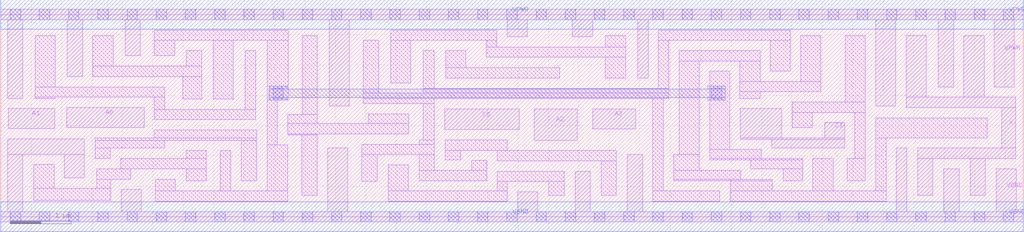
<source format=lef>
# Copyright 2020 The SkyWater PDK Authors
#
# Licensed under the Apache License, Version 2.0 (the "License");
# you may not use this file except in compliance with the License.
# You may obtain a copy of the License at
#
#     https://www.apache.org/licenses/LICENSE-2.0
#
# Unless required by applicable law or agreed to in writing, software
# distributed under the License is distributed on an "AS IS" BASIS,
# WITHOUT WARRANTIES OR CONDITIONS OF ANY KIND, either express or implied.
# See the License for the specific language governing permissions and
# limitations under the License.
#
# SPDX-License-Identifier: Apache-2.0

VERSION 5.7 ;
  NAMESCASESENSITIVE ON ;
  NOWIREEXTENSIONATPIN ON ;
  DIVIDERCHAR "/" ;
  BUSBITCHARS "[]" ;
UNITS
  DATABASE MICRONS 200 ;
END UNITS
MACRO sky130_fd_sc_hs__mux4_4
  CLASS CORE ;
  SOURCE USER ;
  FOREIGN sky130_fd_sc_hs__mux4_4 ;
  ORIGIN  0.000000  0.000000 ;
  SIZE  16.80000 BY  3.330000 ;
  SYMMETRY X Y ;
  SITE unit ;
  PIN A0
    ANTENNAGATEAREA  0.492000 ;
    DIRECTION INPUT ;
    USE SIGNAL ;
    PORT
      LAYER li1 ;
        RECT 1.085000 1.470000 2.355000 1.800000 ;
    END
  END A0
  PIN A1
    ANTENNAGATEAREA  0.492000 ;
    DIRECTION INPUT ;
    USE SIGNAL ;
    PORT
      LAYER li1 ;
        RECT 0.125000 1.450000 0.890000 1.780000 ;
    END
  END A1
  PIN A2
    ANTENNAGATEAREA  0.492000 ;
    DIRECTION INPUT ;
    USE SIGNAL ;
    PORT
      LAYER li1 ;
        RECT 8.765000 1.260000 9.475000 1.775000 ;
    END
  END A2
  PIN A3
    ANTENNAGATEAREA  0.492000 ;
    DIRECTION INPUT ;
    USE SIGNAL ;
    PORT
      LAYER li1 ;
        RECT 9.725000 1.445000 10.435000 1.775000 ;
    END
  END A3
  PIN S0
    ANTENNAGATEAREA  1.263000 ;
    DIRECTION INPUT ;
    USE SIGNAL ;
    PORT
      LAYER li1 ;
        RECT 7.295000 1.435000 8.515000 1.775000 ;
    END
  END S0
  PIN S1
    ANTENNAGATEAREA  0.771000 ;
    DIRECTION INPUT ;
    USE SIGNAL ;
    PORT
      LAYER li1 ;
        RECT 12.150000 1.275000 13.865000 1.300000 ;
        RECT 12.150000 1.300000 12.835000 1.780000 ;
        RECT 12.665000 1.130000 13.865000 1.275000 ;
        RECT 13.540000 1.300000 13.865000 1.550000 ;
    END
  END S1
  PIN X
    ANTENNADIFFAREA  1.086400 ;
    DIRECTION OUTPUT ;
    USE SIGNAL ;
    PORT
      LAYER li1 ;
        RECT 14.875000 1.800000 16.675000 1.970000 ;
        RECT 14.875000 1.970000 15.205000 2.980000 ;
        RECT 15.065000 0.350000 15.315000 0.960000 ;
        RECT 15.065000 0.960000 16.675000 1.130000 ;
        RECT 15.825000 1.970000 16.155000 2.980000 ;
        RECT 15.925000 0.350000 16.175000 0.960000 ;
        RECT 16.445000 1.130000 16.675000 1.800000 ;
    END
  END X
  PIN VGND
    DIRECTION INOUT ;
    USE GROUND ;
    PORT
      LAYER li1 ;
        RECT  0.000000 -0.085000 16.800000 0.085000 ;
        RECT  0.115000  0.085000  0.365000 1.030000 ;
        RECT  0.115000  1.030000  1.370000 1.280000 ;
        RECT  1.045000  0.640000  1.370000 1.030000 ;
        RECT  1.980000  0.085000  2.310000 0.450000 ;
        RECT  5.375000  0.085000  5.705000 1.130000 ;
        RECT  8.495000  0.085000  8.825000 0.410000 ;
        RECT  9.435000  0.085000  9.685000 0.750000 ;
        RECT 10.295000  0.085000 10.545000 1.030000 ;
        RECT 14.715000  0.085000 14.885000 1.130000 ;
        RECT 15.495000  0.085000 15.745000 0.790000 ;
        RECT 16.355000  0.085000 16.685000 0.790000 ;
      LAYER mcon ;
        RECT  0.155000 -0.085000  0.325000 0.085000 ;
        RECT  0.635000 -0.085000  0.805000 0.085000 ;
        RECT  1.115000 -0.085000  1.285000 0.085000 ;
        RECT  1.595000 -0.085000  1.765000 0.085000 ;
        RECT  2.075000 -0.085000  2.245000 0.085000 ;
        RECT  2.555000 -0.085000  2.725000 0.085000 ;
        RECT  3.035000 -0.085000  3.205000 0.085000 ;
        RECT  3.515000 -0.085000  3.685000 0.085000 ;
        RECT  3.995000 -0.085000  4.165000 0.085000 ;
        RECT  4.475000 -0.085000  4.645000 0.085000 ;
        RECT  4.955000 -0.085000  5.125000 0.085000 ;
        RECT  5.435000 -0.085000  5.605000 0.085000 ;
        RECT  5.915000 -0.085000  6.085000 0.085000 ;
        RECT  6.395000 -0.085000  6.565000 0.085000 ;
        RECT  6.875000 -0.085000  7.045000 0.085000 ;
        RECT  7.355000 -0.085000  7.525000 0.085000 ;
        RECT  7.835000 -0.085000  8.005000 0.085000 ;
        RECT  8.315000 -0.085000  8.485000 0.085000 ;
        RECT  8.795000 -0.085000  8.965000 0.085000 ;
        RECT  9.275000 -0.085000  9.445000 0.085000 ;
        RECT  9.755000 -0.085000  9.925000 0.085000 ;
        RECT 10.235000 -0.085000 10.405000 0.085000 ;
        RECT 10.715000 -0.085000 10.885000 0.085000 ;
        RECT 11.195000 -0.085000 11.365000 0.085000 ;
        RECT 11.675000 -0.085000 11.845000 0.085000 ;
        RECT 12.155000 -0.085000 12.325000 0.085000 ;
        RECT 12.635000 -0.085000 12.805000 0.085000 ;
        RECT 13.115000 -0.085000 13.285000 0.085000 ;
        RECT 13.595000 -0.085000 13.765000 0.085000 ;
        RECT 14.075000 -0.085000 14.245000 0.085000 ;
        RECT 14.555000 -0.085000 14.725000 0.085000 ;
        RECT 15.035000 -0.085000 15.205000 0.085000 ;
        RECT 15.515000 -0.085000 15.685000 0.085000 ;
        RECT 15.995000 -0.085000 16.165000 0.085000 ;
        RECT 16.475000 -0.085000 16.645000 0.085000 ;
      LAYER met1 ;
        RECT 0.000000 -0.245000 16.800000 0.245000 ;
    END
  END VGND
  PIN VPWR
    DIRECTION INOUT ;
    USE POWER ;
    PORT
      LAYER li1 ;
        RECT  0.000000 3.245000 16.800000 3.415000 ;
        RECT  0.115000 1.950000  0.365000 3.245000 ;
        RECT  1.095000 2.310000  1.345000 3.245000 ;
        RECT  2.045000 2.650000  2.295000 3.245000 ;
        RECT  5.400000 1.820000  5.730000 3.245000 ;
        RECT  8.320000 2.965000  8.650000 3.245000 ;
        RECT  9.390000 2.965000  9.730000 3.245000 ;
        RECT 10.465000 2.285000 10.635000 3.245000 ;
        RECT 14.375000 1.820000 14.705000 3.245000 ;
        RECT 15.405000 2.140000 15.655000 3.245000 ;
        RECT 16.325000 2.140000 16.655000 3.245000 ;
      LAYER mcon ;
        RECT  0.155000 3.245000  0.325000 3.415000 ;
        RECT  0.635000 3.245000  0.805000 3.415000 ;
        RECT  1.115000 3.245000  1.285000 3.415000 ;
        RECT  1.595000 3.245000  1.765000 3.415000 ;
        RECT  2.075000 3.245000  2.245000 3.415000 ;
        RECT  2.555000 3.245000  2.725000 3.415000 ;
        RECT  3.035000 3.245000  3.205000 3.415000 ;
        RECT  3.515000 3.245000  3.685000 3.415000 ;
        RECT  3.995000 3.245000  4.165000 3.415000 ;
        RECT  4.475000 3.245000  4.645000 3.415000 ;
        RECT  4.955000 3.245000  5.125000 3.415000 ;
        RECT  5.435000 3.245000  5.605000 3.415000 ;
        RECT  5.915000 3.245000  6.085000 3.415000 ;
        RECT  6.395000 3.245000  6.565000 3.415000 ;
        RECT  6.875000 3.245000  7.045000 3.415000 ;
        RECT  7.355000 3.245000  7.525000 3.415000 ;
        RECT  7.835000 3.245000  8.005000 3.415000 ;
        RECT  8.315000 3.245000  8.485000 3.415000 ;
        RECT  8.795000 3.245000  8.965000 3.415000 ;
        RECT  9.275000 3.245000  9.445000 3.415000 ;
        RECT  9.755000 3.245000  9.925000 3.415000 ;
        RECT 10.235000 3.245000 10.405000 3.415000 ;
        RECT 10.715000 3.245000 10.885000 3.415000 ;
        RECT 11.195000 3.245000 11.365000 3.415000 ;
        RECT 11.675000 3.245000 11.845000 3.415000 ;
        RECT 12.155000 3.245000 12.325000 3.415000 ;
        RECT 12.635000 3.245000 12.805000 3.415000 ;
        RECT 13.115000 3.245000 13.285000 3.415000 ;
        RECT 13.595000 3.245000 13.765000 3.415000 ;
        RECT 14.075000 3.245000 14.245000 3.415000 ;
        RECT 14.555000 3.245000 14.725000 3.415000 ;
        RECT 15.035000 3.245000 15.205000 3.415000 ;
        RECT 15.515000 3.245000 15.685000 3.415000 ;
        RECT 15.995000 3.245000 16.165000 3.415000 ;
        RECT 16.475000 3.245000 16.645000 3.415000 ;
      LAYER met1 ;
        RECT 0.000000 3.085000 16.800000 3.575000 ;
    END
  END VPWR
  OBS
    LAYER li1 ;
      RECT  0.545000 0.275000  1.810000 0.470000 ;
      RECT  0.545000 0.470000  0.875000 0.860000 ;
      RECT  0.565000 1.950000  0.895000 1.970000 ;
      RECT  0.565000 1.970000  2.695000 2.140000 ;
      RECT  0.565000 2.140000  0.895000 2.980000 ;
      RECT  1.515000 2.310000  3.300000 2.480000 ;
      RECT  1.515000 2.480000  1.845000 2.980000 ;
      RECT  1.550000 0.960000  1.800000 1.130000 ;
      RECT  1.550000 1.130000  2.695000 1.260000 ;
      RECT  1.550000 1.260000  4.205000 1.300000 ;
      RECT  1.575000 0.470000  1.810000 0.620000 ;
      RECT  1.575000 0.620000  2.140000 0.790000 ;
      RECT  1.970000 0.790000  3.380000 0.960000 ;
      RECT  2.525000 1.300000  4.205000 1.430000 ;
      RECT  2.525000 1.600000  4.190000 1.770000 ;
      RECT  2.525000 1.770000  2.695000 1.970000 ;
      RECT  2.525000 2.650000  2.860000 2.905000 ;
      RECT  2.525000 2.905000  4.720000 3.075000 ;
      RECT  2.540000 0.255000  4.715000 0.425000 ;
      RECT  2.540000 0.425000  2.870000 0.620000 ;
      RECT  2.990000 1.940000  3.300000 2.310000 ;
      RECT  3.045000 2.480000  3.300000 2.735000 ;
      RECT  3.050000 0.595000  3.380000 0.790000 ;
      RECT  3.050000 0.960000  3.380000 1.090000 ;
      RECT  3.490000 1.940000  3.820000 2.905000 ;
      RECT  3.605000 0.425000  3.775000 1.090000 ;
      RECT  3.955000 0.595000  4.205000 1.260000 ;
      RECT  4.020000 1.770000  4.190000 2.735000 ;
      RECT  4.375000 0.425000  4.715000 1.180000 ;
      RECT  4.375000 1.180000  4.545000 1.920000 ;
      RECT  4.375000 1.920000  4.720000 2.905000 ;
      RECT  4.715000 1.350000  5.200000 1.365000 ;
      RECT  4.715000 1.365000  6.705000 1.535000 ;
      RECT  4.715000 1.535000  5.200000 1.680000 ;
      RECT  4.945000 0.350000  5.200000 1.350000 ;
      RECT  4.950000 1.680000  5.200000 2.980000 ;
      RECT  5.935000 0.585000  6.185000 1.025000 ;
      RECT  5.935000 1.025000  7.125000 1.195000 ;
      RECT  5.960000 1.865000  7.125000 1.945000 ;
      RECT  5.960000 1.945000 10.975000 2.035000 ;
      RECT  5.960000 2.035000  6.210000 2.905000 ;
      RECT  6.035000 1.535000  6.705000 1.695000 ;
      RECT  6.365000 0.255000  8.325000 0.425000 ;
      RECT  6.365000 0.425000  6.695000 0.855000 ;
      RECT  6.410000 2.205000  6.740000 2.905000 ;
      RECT  6.410000 2.905000  8.150000 3.075000 ;
      RECT  6.875000 0.595000  7.985000 0.765000 ;
      RECT  6.875000 0.765000  7.125000 1.025000 ;
      RECT  6.875000 1.195000  7.125000 1.265000 ;
      RECT  6.940000 1.265000  7.125000 1.865000 ;
      RECT  6.940000 2.035000 10.975000 2.115000 ;
      RECT  6.940000 2.115000  7.125000 2.735000 ;
      RECT  7.305000 0.935000  7.555000 1.095000 ;
      RECT  7.305000 1.095000  8.325000 1.265000 ;
      RECT  7.310000 2.285000  9.185000 2.455000 ;
      RECT  7.310000 2.455000  7.640000 2.735000 ;
      RECT  7.735000 0.765000  7.985000 0.925000 ;
      RECT  7.980000 2.625000 10.265000 2.795000 ;
      RECT  7.980000 2.795000  8.150000 2.905000 ;
      RECT  8.155000 0.425000  8.325000 0.580000 ;
      RECT  8.155000 0.580000  9.255000 0.750000 ;
      RECT  8.155000 0.920000 10.115000 1.090000 ;
      RECT  8.155000 1.090000  8.325000 1.095000 ;
      RECT  9.005000 0.350000  9.255000 0.580000 ;
      RECT  9.865000 0.350000 10.115000 0.920000 ;
      RECT  9.935000 2.285000 10.265000 2.625000 ;
      RECT  9.935000 2.795000 10.265000 2.980000 ;
      RECT 10.715000 0.255000 11.815000 0.425000 ;
      RECT 10.715000 0.425000 10.885000 1.945000 ;
      RECT 10.805000 2.115000 10.975000 2.905000 ;
      RECT 10.805000 2.905000 12.975000 3.075000 ;
      RECT 11.055000 0.595000 12.675000 0.620000 ;
      RECT 11.055000 0.620000 12.155000 0.765000 ;
      RECT 11.055000 0.765000 11.475000 1.030000 ;
      RECT 11.145000 1.030000 11.475000 2.565000 ;
      RECT 11.145000 2.565000 12.475000 2.735000 ;
      RECT 11.645000 0.935000 13.175000 0.960000 ;
      RECT 11.645000 0.960000 12.495000 1.105000 ;
      RECT 11.645000 1.105000 11.975000 2.395000 ;
      RECT 11.985000 0.255000 14.545000 0.425000 ;
      RECT 11.985000 0.425000 12.675000 0.595000 ;
      RECT 12.145000 1.950000 12.475000 2.060000 ;
      RECT 12.145000 2.060000 13.475000 2.230000 ;
      RECT 12.145000 2.230000 12.475000 2.565000 ;
      RECT 12.325000 0.790000 13.175000 0.935000 ;
      RECT 12.645000 2.400000 12.975000 2.905000 ;
      RECT 12.860000 0.595000 13.175000 0.790000 ;
      RECT 13.005000 1.470000 13.330000 1.720000 ;
      RECT 13.005000 1.720000 14.205000 1.890000 ;
      RECT 13.145000 2.230000 13.475000 2.980000 ;
      RECT 13.345000 0.425000 13.675000 0.960000 ;
      RECT 13.875000 1.890000 14.205000 2.980000 ;
      RECT 13.905000 0.595000 14.205000 0.960000 ;
      RECT 14.035000 0.960000 14.205000 1.720000 ;
      RECT 14.375000 0.425000 14.545000 1.300000 ;
      RECT 14.375000 1.300000 16.210000 1.630000 ;
    LAYER mcon ;
      RECT  4.475000 1.950000  4.645000 2.120000 ;
      RECT 11.675000 1.950000 11.845000 2.120000 ;
    LAYER met1 ;
      RECT  4.415000 1.920000  4.705000 1.965000 ;
      RECT  4.415000 1.965000 11.905000 2.105000 ;
      RECT  4.415000 2.105000  4.705000 2.150000 ;
      RECT 11.615000 1.920000 11.905000 1.965000 ;
      RECT 11.615000 2.105000 11.905000 2.150000 ;
  END
END sky130_fd_sc_hs__mux4_4

</source>
